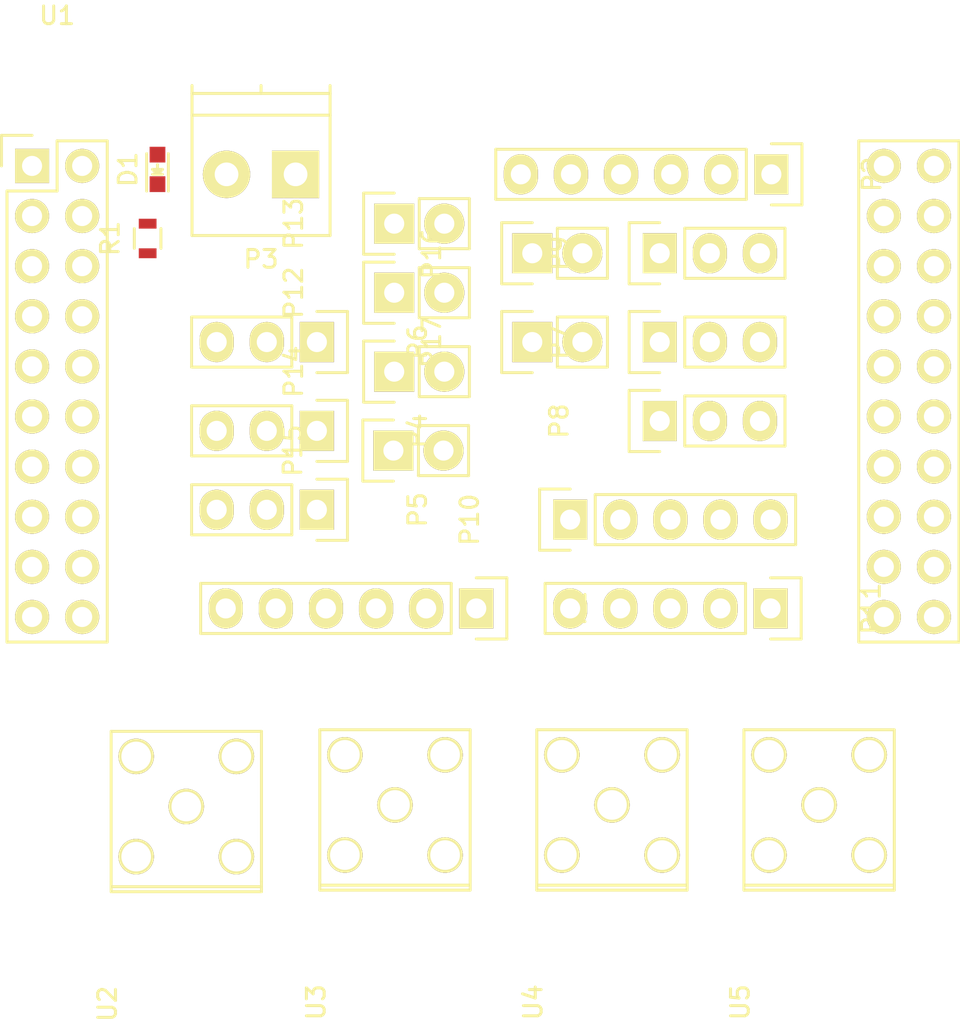
<source format=kicad_pcb>
(kicad_pcb (version 4) (host pcbnew 4.0.2-stable)

  (general
    (links 77)
    (no_connects 69)
    (area 0 0 0 0)
    (thickness 1.6)
    (drawings 0)
    (tracks 0)
    (zones 0)
    (modules 24)
    (nets 42)
  )

  (page A4)
  (layers
    (0 F.Cu signal)
    (31 B.Cu signal)
    (32 B.Adhes user)
    (33 F.Adhes user)
    (34 B.Paste user)
    (35 F.Paste user)
    (36 B.SilkS user)
    (37 F.SilkS user)
    (38 B.Mask user)
    (39 F.Mask user)
    (40 Dwgs.User user)
    (41 Cmts.User user)
    (42 Eco1.User user)
    (43 Eco2.User user)
    (44 Edge.Cuts user)
    (45 Margin user)
    (46 B.CrtYd user)
    (47 F.CrtYd user)
    (48 B.Fab user)
    (49 F.Fab user)
  )

  (setup
    (last_trace_width 0.25)
    (trace_clearance 0.2)
    (zone_clearance 0.508)
    (zone_45_only no)
    (trace_min 0.2)
    (segment_width 0.2)
    (edge_width 0.15)
    (via_size 0.6)
    (via_drill 0.4)
    (via_min_size 0.4)
    (via_min_drill 0.3)
    (uvia_size 0.3)
    (uvia_drill 0.1)
    (uvias_allowed no)
    (uvia_min_size 0.2)
    (uvia_min_drill 0.1)
    (pcb_text_width 0.3)
    (pcb_text_size 1.5 1.5)
    (mod_edge_width 0.15)
    (mod_text_size 0.9 0.9)
    (mod_text_width 0.15)
    (pad_size 1.524 1.524)
    (pad_drill 0.762)
    (pad_to_mask_clearance 0.2)
    (aux_axis_origin 0 0)
    (visible_elements FFFEFF7F)
    (pcbplotparams
      (layerselection 0x00030_80000001)
      (usegerberextensions false)
      (excludeedgelayer true)
      (linewidth 0.100000)
      (plotframeref false)
      (viasonmask false)
      (mode 1)
      (useauxorigin false)
      (hpglpennumber 1)
      (hpglpenspeed 20)
      (hpglpendiameter 15)
      (hpglpenoverlay 2)
      (psnegative false)
      (psa4output false)
      (plotreference true)
      (plotvalue true)
      (plotinvisibletext false)
      (padsonsilk false)
      (subtractmaskfromsilk false)
      (outputformat 1)
      (mirror false)
      (drillshape 1)
      (scaleselection 1)
      (outputdirectory ""))
  )

  (net 0 "")
  (net 1 +3V3)
  (net 2 GND)
  (net 3 +5V)
  (net 4 VCC)
  (net 5 "Net-(D1-Pad1)")
  (net 6 /ADF_CE_0)
  (net 7 /ADF_LE_0)
  (net 8 /ADF_DATA_0)
  (net 9 /ADF_CLK_0)
  (net 10 /ADF_LOCK_0)
  (net 11 /ADF_CE_1)
  (net 12 /ADF_LE_1)
  (net 13 /ADF_LOCK_1)
  (net 14 /RFSW_0)
  (net 15 /RFSW_1)
  (net 16 /RFSW_2)
  (net 17 /RFSW_3)
  (net 18 /RFSW_4)
  (net 19 /RFSW_5)
  (net 20 /FILTA_0)
  (net 21 /FILTB_0)
  (net 22 /FILTC_0)
  (net 23 /FILTA_1)
  (net 24 /FILTB_1)
  (net 25 /FILTC_1)
  (net 26 "Net-(U1-Pad2)")
  (net 27 "Net-(U1-Pad3)")
  (net 28 /I_0)
  (net 29 "Net-(U1-Pad4)")
  (net 30 /Q_0)
  (net 31 /I_1)
  (net 32 /Q_1)
  (net 33 "Net-(U1-Pad27)")
  (net 34 "Net-(U1-Pad9)")
  (net 35 "Net-(U1-Pad10)")
  (net 36 "Net-(U1-Pad40)")
  (net 37 "Net-(U1-Pad39)")
  (net 38 "Net-(U1-Pad38)")
  (net 39 "Net-(U1-Pad37)")
  (net 40 "Net-(U1-Pad16)")
  (net 41 "Net-(U1-Pad14)")

  (net_class Default "This is the default net class."
    (clearance 0.2)
    (trace_width 0.25)
    (via_dia 0.6)
    (via_drill 0.4)
    (uvia_dia 0.3)
    (uvia_drill 0.1)
    (add_net +3V3)
    (add_net +5V)
    (add_net /ADF_CE_0)
    (add_net /ADF_CE_1)
    (add_net /ADF_CLK_0)
    (add_net /ADF_DATA_0)
    (add_net /ADF_LE_0)
    (add_net /ADF_LE_1)
    (add_net /ADF_LOCK_0)
    (add_net /ADF_LOCK_1)
    (add_net /FILTA_0)
    (add_net /FILTA_1)
    (add_net /FILTB_0)
    (add_net /FILTB_1)
    (add_net /FILTC_0)
    (add_net /FILTC_1)
    (add_net /I_0)
    (add_net /I_1)
    (add_net /Q_0)
    (add_net /Q_1)
    (add_net /RFSW_0)
    (add_net /RFSW_1)
    (add_net /RFSW_2)
    (add_net /RFSW_3)
    (add_net /RFSW_4)
    (add_net /RFSW_5)
    (add_net GND)
    (add_net "Net-(D1-Pad1)")
    (add_net "Net-(U1-Pad10)")
    (add_net "Net-(U1-Pad14)")
    (add_net "Net-(U1-Pad16)")
    (add_net "Net-(U1-Pad2)")
    (add_net "Net-(U1-Pad27)")
    (add_net "Net-(U1-Pad3)")
    (add_net "Net-(U1-Pad37)")
    (add_net "Net-(U1-Pad38)")
    (add_net "Net-(U1-Pad39)")
    (add_net "Net-(U1-Pad4)")
    (add_net "Net-(U1-Pad40)")
    (add_net "Net-(U1-Pad9)")
    (add_net VCC)
  )

  (module LEDs:LED_0603 (layer F.Cu) (tedit 55BDE255) (tstamp 56DDF82F)
    (at 132 93.7493 90)
    (descr "LED 0603 smd package")
    (tags "LED led 0603 SMD smd SMT smt smdled SMDLED smtled SMTLED")
    (path /56DE6166)
    (attr smd)
    (fp_text reference D1 (at 0 -1.5 90) (layer F.SilkS)
      (effects (font (size 0.9 0.9) (thickness 0.15)))
    )
    (fp_text value LED (at 0 1.5 90) (layer F.Fab)
      (effects (font (size 0.9 0.9) (thickness 0.15)))
    )
    (fp_line (start -1.1 0.55) (end 0.8 0.55) (layer F.SilkS) (width 0.15))
    (fp_line (start -1.1 -0.55) (end 0.8 -0.55) (layer F.SilkS) (width 0.15))
    (fp_line (start -0.2 0) (end 0.25 0) (layer F.SilkS) (width 0.15))
    (fp_line (start -0.25 -0.25) (end -0.25 0.25) (layer F.SilkS) (width 0.15))
    (fp_line (start -0.25 0) (end 0 -0.25) (layer F.SilkS) (width 0.15))
    (fp_line (start 0 -0.25) (end 0 0.25) (layer F.SilkS) (width 0.15))
    (fp_line (start 0 0.25) (end -0.25 0) (layer F.SilkS) (width 0.15))
    (fp_line (start 1.4 -0.75) (end 1.4 0.75) (layer F.CrtYd) (width 0.05))
    (fp_line (start 1.4 0.75) (end -1.4 0.75) (layer F.CrtYd) (width 0.05))
    (fp_line (start -1.4 0.75) (end -1.4 -0.75) (layer F.CrtYd) (width 0.05))
    (fp_line (start -1.4 -0.75) (end 1.4 -0.75) (layer F.CrtYd) (width 0.05))
    (pad 2 smd rect (at 0.7493 0 270) (size 0.79756 0.79756) (layers F.Cu F.Paste F.Mask)
      (net 4 VCC))
    (pad 1 smd rect (at -0.7493 0 270) (size 0.79756 0.79756) (layers F.Cu F.Paste F.Mask)
      (net 5 "Net-(D1-Pad1)"))
    (model LEDs.3dshapes/LED_0603.wrl
      (at (xyz 0 0 0))
      (scale (xyz 1 1 1))
      (rotate (xyz 0 0 180))
    )
  )

  (module Pin_Headers:Pin_Header_Straight_1x06 (layer F.Cu) (tedit 0) (tstamp 56DDF839)
    (at 148.16 116 270)
    (descr "Through hole pin header")
    (tags "pin header")
    (path /56DD7C97)
    (fp_text reference P1 (at 0 -5.1 270) (layer F.SilkS)
      (effects (font (size 0.9 0.9) (thickness 0.15)))
    )
    (fp_text value CONN_01X06 (at 0 -3.1 270) (layer F.Fab)
      (effects (font (size 0.9 0.9) (thickness 0.15)))
    )
    (fp_line (start -1.75 -1.75) (end -1.75 14.45) (layer F.CrtYd) (width 0.05))
    (fp_line (start 1.75 -1.75) (end 1.75 14.45) (layer F.CrtYd) (width 0.05))
    (fp_line (start -1.75 -1.75) (end 1.75 -1.75) (layer F.CrtYd) (width 0.05))
    (fp_line (start -1.75 14.45) (end 1.75 14.45) (layer F.CrtYd) (width 0.05))
    (fp_line (start 1.27 1.27) (end 1.27 13.97) (layer F.SilkS) (width 0.15))
    (fp_line (start 1.27 13.97) (end -1.27 13.97) (layer F.SilkS) (width 0.15))
    (fp_line (start -1.27 13.97) (end -1.27 1.27) (layer F.SilkS) (width 0.15))
    (fp_line (start 1.55 -1.55) (end 1.55 0) (layer F.SilkS) (width 0.15))
    (fp_line (start 1.27 1.27) (end -1.27 1.27) (layer F.SilkS) (width 0.15))
    (fp_line (start -1.55 0) (end -1.55 -1.55) (layer F.SilkS) (width 0.15))
    (fp_line (start -1.55 -1.55) (end 1.55 -1.55) (layer F.SilkS) (width 0.15))
    (pad 1 thru_hole rect (at 0 0 270) (size 2.032 1.7272) (drill 1.016) (layers *.Cu *.Mask F.SilkS)
      (net 2 GND))
    (pad 2 thru_hole oval (at 0 2.54 270) (size 2.032 1.7272) (drill 1.016) (layers *.Cu *.Mask F.SilkS)
      (net 6 /ADF_CE_0))
    (pad 3 thru_hole oval (at 0 5.08 270) (size 2.032 1.7272) (drill 1.016) (layers *.Cu *.Mask F.SilkS)
      (net 7 /ADF_LE_0))
    (pad 4 thru_hole oval (at 0 7.62 270) (size 2.032 1.7272) (drill 1.016) (layers *.Cu *.Mask F.SilkS)
      (net 8 /ADF_DATA_0))
    (pad 5 thru_hole oval (at 0 10.16 270) (size 2.032 1.7272) (drill 1.016) (layers *.Cu *.Mask F.SilkS)
      (net 9 /ADF_CLK_0))
    (pad 6 thru_hole oval (at 0 12.7 270) (size 2.032 1.7272) (drill 1.016) (layers *.Cu *.Mask F.SilkS)
      (net 10 /ADF_LOCK_0))
    (model Pin_Headers.3dshapes/Pin_Header_Straight_1x06.wrl
      (at (xyz 0 -0.25 0))
      (scale (xyz 1 1 1))
      (rotate (xyz 0 0 90))
    )
  )

  (module Pin_Headers:Pin_Header_Straight_1x06 (layer F.Cu) (tedit 0) (tstamp 56DDF843)
    (at 163.12 94 270)
    (descr "Through hole pin header")
    (tags "pin header")
    (path /56DD8670)
    (fp_text reference P2 (at 0 -5.1 270) (layer F.SilkS)
      (effects (font (size 0.9 0.9) (thickness 0.15)))
    )
    (fp_text value CONN_01X06 (at 0 -3.1 270) (layer F.Fab)
      (effects (font (size 0.9 0.9) (thickness 0.15)))
    )
    (fp_line (start -1.75 -1.75) (end -1.75 14.45) (layer F.CrtYd) (width 0.05))
    (fp_line (start 1.75 -1.75) (end 1.75 14.45) (layer F.CrtYd) (width 0.05))
    (fp_line (start -1.75 -1.75) (end 1.75 -1.75) (layer F.CrtYd) (width 0.05))
    (fp_line (start -1.75 14.45) (end 1.75 14.45) (layer F.CrtYd) (width 0.05))
    (fp_line (start 1.27 1.27) (end 1.27 13.97) (layer F.SilkS) (width 0.15))
    (fp_line (start 1.27 13.97) (end -1.27 13.97) (layer F.SilkS) (width 0.15))
    (fp_line (start -1.27 13.97) (end -1.27 1.27) (layer F.SilkS) (width 0.15))
    (fp_line (start 1.55 -1.55) (end 1.55 0) (layer F.SilkS) (width 0.15))
    (fp_line (start 1.27 1.27) (end -1.27 1.27) (layer F.SilkS) (width 0.15))
    (fp_line (start -1.55 0) (end -1.55 -1.55) (layer F.SilkS) (width 0.15))
    (fp_line (start -1.55 -1.55) (end 1.55 -1.55) (layer F.SilkS) (width 0.15))
    (pad 1 thru_hole rect (at 0 0 270) (size 2.032 1.7272) (drill 1.016) (layers *.Cu *.Mask F.SilkS)
      (net 2 GND))
    (pad 2 thru_hole oval (at 0 2.54 270) (size 2.032 1.7272) (drill 1.016) (layers *.Cu *.Mask F.SilkS)
      (net 11 /ADF_CE_1))
    (pad 3 thru_hole oval (at 0 5.08 270) (size 2.032 1.7272) (drill 1.016) (layers *.Cu *.Mask F.SilkS)
      (net 12 /ADF_LE_1))
    (pad 4 thru_hole oval (at 0 7.62 270) (size 2.032 1.7272) (drill 1.016) (layers *.Cu *.Mask F.SilkS)
      (net 8 /ADF_DATA_0))
    (pad 5 thru_hole oval (at 0 10.16 270) (size 2.032 1.7272) (drill 1.016) (layers *.Cu *.Mask F.SilkS)
      (net 9 /ADF_CLK_0))
    (pad 6 thru_hole oval (at 0 12.7 270) (size 2.032 1.7272) (drill 1.016) (layers *.Cu *.Mask F.SilkS)
      (net 13 /ADF_LOCK_1))
    (model Pin_Headers.3dshapes/Pin_Header_Straight_1x06.wrl
      (at (xyz 0 -0.25 0))
      (scale (xyz 1 1 1))
      (rotate (xyz 0 0 90))
    )
  )

  (module Terminal_Blocks:TerminalBlock_Pheonix_PT-3.5mm_2pol (layer F.Cu) (tedit 0) (tstamp 56DDF849)
    (at 139 94 180)
    (descr "2-way 3.5mm pitch terminal block, Phoenix PT series")
    (path /56DD2048)
    (fp_text reference P3 (at 1.75 -4.3 180) (layer F.SilkS)
      (effects (font (size 0.9 0.9) (thickness 0.15)))
    )
    (fp_text value CONN_01X02 (at 1.75 6 180) (layer F.Fab)
      (effects (font (size 0.9 0.9) (thickness 0.15)))
    )
    (fp_line (start -1.9 -3.3) (end 5.4 -3.3) (layer F.CrtYd) (width 0.05))
    (fp_line (start -1.9 4.7) (end -1.9 -3.3) (layer F.CrtYd) (width 0.05))
    (fp_line (start 5.4 4.7) (end -1.9 4.7) (layer F.CrtYd) (width 0.05))
    (fp_line (start 5.4 -3.3) (end 5.4 4.7) (layer F.CrtYd) (width 0.05))
    (fp_line (start 1.75 4.1) (end 1.75 4.5) (layer F.SilkS) (width 0.15))
    (fp_line (start -1.75 3) (end 5.25 3) (layer F.SilkS) (width 0.15))
    (fp_line (start -1.75 4.1) (end 5.25 4.1) (layer F.SilkS) (width 0.15))
    (fp_line (start -1.75 -3.1) (end -1.75 4.5) (layer F.SilkS) (width 0.15))
    (fp_line (start 5.25 4.5) (end 5.25 -3.1) (layer F.SilkS) (width 0.15))
    (fp_line (start 5.25 -3.1) (end -1.75 -3.1) (layer F.SilkS) (width 0.15))
    (pad 2 thru_hole circle (at 3.5 0 180) (size 2.4 2.4) (drill 1.2) (layers *.Cu *.Mask F.SilkS)
      (net 4 VCC))
    (pad 1 thru_hole rect (at 0 0 180) (size 2.4 2.4) (drill 1.2) (layers *.Cu *.Mask F.SilkS)
      (net 2 GND))
    (model Terminal_Blocks.3dshapes/TerminalBlock_Pheonix_PT-3.5mm_2pol.wrl
      (at (xyz 0 0 0))
      (scale (xyz 1 1 1))
      (rotate (xyz 0 0 0))
    )
  )

  (module Pin_Headers:Pin_Header_Straight_1x03 (layer F.Cu) (tedit 0) (tstamp 56DDF850)
    (at 140.08 107 270)
    (descr "Through hole pin header")
    (tags "pin header")
    (path /56DD4223)
    (fp_text reference P4 (at 0 -5.1 270) (layer F.SilkS)
      (effects (font (size 0.9 0.9) (thickness 0.15)))
    )
    (fp_text value CONN_01X03 (at 0 -3.1 270) (layer F.Fab)
      (effects (font (size 0.9 0.9) (thickness 0.15)))
    )
    (fp_line (start -1.75 -1.75) (end -1.75 6.85) (layer F.CrtYd) (width 0.05))
    (fp_line (start 1.75 -1.75) (end 1.75 6.85) (layer F.CrtYd) (width 0.05))
    (fp_line (start -1.75 -1.75) (end 1.75 -1.75) (layer F.CrtYd) (width 0.05))
    (fp_line (start -1.75 6.85) (end 1.75 6.85) (layer F.CrtYd) (width 0.05))
    (fp_line (start -1.27 1.27) (end -1.27 6.35) (layer F.SilkS) (width 0.15))
    (fp_line (start -1.27 6.35) (end 1.27 6.35) (layer F.SilkS) (width 0.15))
    (fp_line (start 1.27 6.35) (end 1.27 1.27) (layer F.SilkS) (width 0.15))
    (fp_line (start 1.55 -1.55) (end 1.55 0) (layer F.SilkS) (width 0.15))
    (fp_line (start 1.27 1.27) (end -1.27 1.27) (layer F.SilkS) (width 0.15))
    (fp_line (start -1.55 0) (end -1.55 -1.55) (layer F.SilkS) (width 0.15))
    (fp_line (start -1.55 -1.55) (end 1.55 -1.55) (layer F.SilkS) (width 0.15))
    (pad 1 thru_hole rect (at 0 0 270) (size 2.032 1.7272) (drill 1.016) (layers *.Cu *.Mask F.SilkS)
      (net 3 +5V))
    (pad 2 thru_hole oval (at 0 2.54 270) (size 2.032 1.7272) (drill 1.016) (layers *.Cu *.Mask F.SilkS)
      (net 2 GND))
    (pad 3 thru_hole oval (at 0 5.08 270) (size 2.032 1.7272) (drill 1.016) (layers *.Cu *.Mask F.SilkS)
      (net 14 /RFSW_0))
    (model Pin_Headers.3dshapes/Pin_Header_Straight_1x03.wrl
      (at (xyz 0 -0.1 0))
      (scale (xyz 1 1 1))
      (rotate (xyz 0 0 90))
    )
  )

  (module Pin_Headers:Pin_Header_Straight_1x03 (layer F.Cu) (tedit 0) (tstamp 56DDF857)
    (at 140.08 111 270)
    (descr "Through hole pin header")
    (tags "pin header")
    (path /56DD420D)
    (fp_text reference P5 (at 0 -5.1 270) (layer F.SilkS)
      (effects (font (size 0.9 0.9) (thickness 0.15)))
    )
    (fp_text value CONN_01X03 (at 0 -3.1 270) (layer F.Fab)
      (effects (font (size 0.9 0.9) (thickness 0.15)))
    )
    (fp_line (start -1.75 -1.75) (end -1.75 6.85) (layer F.CrtYd) (width 0.05))
    (fp_line (start 1.75 -1.75) (end 1.75 6.85) (layer F.CrtYd) (width 0.05))
    (fp_line (start -1.75 -1.75) (end 1.75 -1.75) (layer F.CrtYd) (width 0.05))
    (fp_line (start -1.75 6.85) (end 1.75 6.85) (layer F.CrtYd) (width 0.05))
    (fp_line (start -1.27 1.27) (end -1.27 6.35) (layer F.SilkS) (width 0.15))
    (fp_line (start -1.27 6.35) (end 1.27 6.35) (layer F.SilkS) (width 0.15))
    (fp_line (start 1.27 6.35) (end 1.27 1.27) (layer F.SilkS) (width 0.15))
    (fp_line (start 1.55 -1.55) (end 1.55 0) (layer F.SilkS) (width 0.15))
    (fp_line (start 1.27 1.27) (end -1.27 1.27) (layer F.SilkS) (width 0.15))
    (fp_line (start -1.55 0) (end -1.55 -1.55) (layer F.SilkS) (width 0.15))
    (fp_line (start -1.55 -1.55) (end 1.55 -1.55) (layer F.SilkS) (width 0.15))
    (pad 1 thru_hole rect (at 0 0 270) (size 2.032 1.7272) (drill 1.016) (layers *.Cu *.Mask F.SilkS)
      (net 3 +5V))
    (pad 2 thru_hole oval (at 0 2.54 270) (size 2.032 1.7272) (drill 1.016) (layers *.Cu *.Mask F.SilkS)
      (net 2 GND))
    (pad 3 thru_hole oval (at 0 5.08 270) (size 2.032 1.7272) (drill 1.016) (layers *.Cu *.Mask F.SilkS)
      (net 15 /RFSW_1))
    (model Pin_Headers.3dshapes/Pin_Header_Straight_1x03.wrl
      (at (xyz 0 -0.1 0))
      (scale (xyz 1 1 1))
      (rotate (xyz 0 0 90))
    )
  )

  (module Pin_Headers:Pin_Header_Straight_1x03 (layer F.Cu) (tedit 0) (tstamp 56DDF85E)
    (at 140.08 102.5 270)
    (descr "Through hole pin header")
    (tags "pin header")
    (path /56DD4083)
    (fp_text reference P6 (at 0 -5.1 270) (layer F.SilkS)
      (effects (font (size 0.9 0.9) (thickness 0.15)))
    )
    (fp_text value CONN_01X03 (at 0 -3.1 270) (layer F.Fab)
      (effects (font (size 0.9 0.9) (thickness 0.15)))
    )
    (fp_line (start -1.75 -1.75) (end -1.75 6.85) (layer F.CrtYd) (width 0.05))
    (fp_line (start 1.75 -1.75) (end 1.75 6.85) (layer F.CrtYd) (width 0.05))
    (fp_line (start -1.75 -1.75) (end 1.75 -1.75) (layer F.CrtYd) (width 0.05))
    (fp_line (start -1.75 6.85) (end 1.75 6.85) (layer F.CrtYd) (width 0.05))
    (fp_line (start -1.27 1.27) (end -1.27 6.35) (layer F.SilkS) (width 0.15))
    (fp_line (start -1.27 6.35) (end 1.27 6.35) (layer F.SilkS) (width 0.15))
    (fp_line (start 1.27 6.35) (end 1.27 1.27) (layer F.SilkS) (width 0.15))
    (fp_line (start 1.55 -1.55) (end 1.55 0) (layer F.SilkS) (width 0.15))
    (fp_line (start 1.27 1.27) (end -1.27 1.27) (layer F.SilkS) (width 0.15))
    (fp_line (start -1.55 0) (end -1.55 -1.55) (layer F.SilkS) (width 0.15))
    (fp_line (start -1.55 -1.55) (end 1.55 -1.55) (layer F.SilkS) (width 0.15))
    (pad 1 thru_hole rect (at 0 0 270) (size 2.032 1.7272) (drill 1.016) (layers *.Cu *.Mask F.SilkS)
      (net 3 +5V))
    (pad 2 thru_hole oval (at 0 2.54 270) (size 2.032 1.7272) (drill 1.016) (layers *.Cu *.Mask F.SilkS)
      (net 2 GND))
    (pad 3 thru_hole oval (at 0 5.08 270) (size 2.032 1.7272) (drill 1.016) (layers *.Cu *.Mask F.SilkS)
      (net 16 /RFSW_2))
    (model Pin_Headers.3dshapes/Pin_Header_Straight_1x03.wrl
      (at (xyz 0 -0.1 0))
      (scale (xyz 1 1 1))
      (rotate (xyz 0 0 90))
    )
  )

  (module Pin_Headers:Pin_Header_Straight_1x03 (layer F.Cu) (tedit 0) (tstamp 56DDF865)
    (at 157.46 102.5 90)
    (descr "Through hole pin header")
    (tags "pin header")
    (path /56DD3D63)
    (fp_text reference P7 (at 0 -5.1 90) (layer F.SilkS)
      (effects (font (size 0.9 0.9) (thickness 0.15)))
    )
    (fp_text value CONN_01X03 (at 0 -3.1 90) (layer F.Fab)
      (effects (font (size 0.9 0.9) (thickness 0.15)))
    )
    (fp_line (start -1.75 -1.75) (end -1.75 6.85) (layer F.CrtYd) (width 0.05))
    (fp_line (start 1.75 -1.75) (end 1.75 6.85) (layer F.CrtYd) (width 0.05))
    (fp_line (start -1.75 -1.75) (end 1.75 -1.75) (layer F.CrtYd) (width 0.05))
    (fp_line (start -1.75 6.85) (end 1.75 6.85) (layer F.CrtYd) (width 0.05))
    (fp_line (start -1.27 1.27) (end -1.27 6.35) (layer F.SilkS) (width 0.15))
    (fp_line (start -1.27 6.35) (end 1.27 6.35) (layer F.SilkS) (width 0.15))
    (fp_line (start 1.27 6.35) (end 1.27 1.27) (layer F.SilkS) (width 0.15))
    (fp_line (start 1.55 -1.55) (end 1.55 0) (layer F.SilkS) (width 0.15))
    (fp_line (start 1.27 1.27) (end -1.27 1.27) (layer F.SilkS) (width 0.15))
    (fp_line (start -1.55 0) (end -1.55 -1.55) (layer F.SilkS) (width 0.15))
    (fp_line (start -1.55 -1.55) (end 1.55 -1.55) (layer F.SilkS) (width 0.15))
    (pad 1 thru_hole rect (at 0 0 90) (size 2.032 1.7272) (drill 1.016) (layers *.Cu *.Mask F.SilkS)
      (net 3 +5V))
    (pad 2 thru_hole oval (at 0 2.54 90) (size 2.032 1.7272) (drill 1.016) (layers *.Cu *.Mask F.SilkS)
      (net 2 GND))
    (pad 3 thru_hole oval (at 0 5.08 90) (size 2.032 1.7272) (drill 1.016) (layers *.Cu *.Mask F.SilkS)
      (net 17 /RFSW_3))
    (model Pin_Headers.3dshapes/Pin_Header_Straight_1x03.wrl
      (at (xyz 0 -0.1 0))
      (scale (xyz 1 1 1))
      (rotate (xyz 0 0 90))
    )
  )

  (module Pin_Headers:Pin_Header_Straight_1x03 (layer F.Cu) (tedit 0) (tstamp 56DDF86C)
    (at 157.46 106.5 90)
    (descr "Through hole pin header")
    (tags "pin header")
    (path /56DD56DD)
    (fp_text reference P8 (at 0 -5.1 90) (layer F.SilkS)
      (effects (font (size 0.9 0.9) (thickness 0.15)))
    )
    (fp_text value CONN_01X03 (at 0 -3.1 90) (layer F.Fab)
      (effects (font (size 0.9 0.9) (thickness 0.15)))
    )
    (fp_line (start -1.75 -1.75) (end -1.75 6.85) (layer F.CrtYd) (width 0.05))
    (fp_line (start 1.75 -1.75) (end 1.75 6.85) (layer F.CrtYd) (width 0.05))
    (fp_line (start -1.75 -1.75) (end 1.75 -1.75) (layer F.CrtYd) (width 0.05))
    (fp_line (start -1.75 6.85) (end 1.75 6.85) (layer F.CrtYd) (width 0.05))
    (fp_line (start -1.27 1.27) (end -1.27 6.35) (layer F.SilkS) (width 0.15))
    (fp_line (start -1.27 6.35) (end 1.27 6.35) (layer F.SilkS) (width 0.15))
    (fp_line (start 1.27 6.35) (end 1.27 1.27) (layer F.SilkS) (width 0.15))
    (fp_line (start 1.55 -1.55) (end 1.55 0) (layer F.SilkS) (width 0.15))
    (fp_line (start 1.27 1.27) (end -1.27 1.27) (layer F.SilkS) (width 0.15))
    (fp_line (start -1.55 0) (end -1.55 -1.55) (layer F.SilkS) (width 0.15))
    (fp_line (start -1.55 -1.55) (end 1.55 -1.55) (layer F.SilkS) (width 0.15))
    (pad 1 thru_hole rect (at 0 0 90) (size 2.032 1.7272) (drill 1.016) (layers *.Cu *.Mask F.SilkS)
      (net 3 +5V))
    (pad 2 thru_hole oval (at 0 2.54 90) (size 2.032 1.7272) (drill 1.016) (layers *.Cu *.Mask F.SilkS)
      (net 2 GND))
    (pad 3 thru_hole oval (at 0 5.08 90) (size 2.032 1.7272) (drill 1.016) (layers *.Cu *.Mask F.SilkS)
      (net 18 /RFSW_4))
    (model Pin_Headers.3dshapes/Pin_Header_Straight_1x03.wrl
      (at (xyz 0 -0.1 0))
      (scale (xyz 1 1 1))
      (rotate (xyz 0 0 90))
    )
  )

  (module Pin_Headers:Pin_Header_Straight_1x03 (layer F.Cu) (tedit 0) (tstamp 56DDF873)
    (at 157.46 98 90)
    (descr "Through hole pin header")
    (tags "pin header")
    (path /56DD56CD)
    (fp_text reference P9 (at 0 -5.1 90) (layer F.SilkS)
      (effects (font (size 0.9 0.9) (thickness 0.15)))
    )
    (fp_text value CONN_01X03 (at 0 -3.1 90) (layer F.Fab)
      (effects (font (size 0.9 0.9) (thickness 0.15)))
    )
    (fp_line (start -1.75 -1.75) (end -1.75 6.85) (layer F.CrtYd) (width 0.05))
    (fp_line (start 1.75 -1.75) (end 1.75 6.85) (layer F.CrtYd) (width 0.05))
    (fp_line (start -1.75 -1.75) (end 1.75 -1.75) (layer F.CrtYd) (width 0.05))
    (fp_line (start -1.75 6.85) (end 1.75 6.85) (layer F.CrtYd) (width 0.05))
    (fp_line (start -1.27 1.27) (end -1.27 6.35) (layer F.SilkS) (width 0.15))
    (fp_line (start -1.27 6.35) (end 1.27 6.35) (layer F.SilkS) (width 0.15))
    (fp_line (start 1.27 6.35) (end 1.27 1.27) (layer F.SilkS) (width 0.15))
    (fp_line (start 1.55 -1.55) (end 1.55 0) (layer F.SilkS) (width 0.15))
    (fp_line (start 1.27 1.27) (end -1.27 1.27) (layer F.SilkS) (width 0.15))
    (fp_line (start -1.55 0) (end -1.55 -1.55) (layer F.SilkS) (width 0.15))
    (fp_line (start -1.55 -1.55) (end 1.55 -1.55) (layer F.SilkS) (width 0.15))
    (pad 1 thru_hole rect (at 0 0 90) (size 2.032 1.7272) (drill 1.016) (layers *.Cu *.Mask F.SilkS)
      (net 3 +5V))
    (pad 2 thru_hole oval (at 0 2.54 90) (size 2.032 1.7272) (drill 1.016) (layers *.Cu *.Mask F.SilkS)
      (net 2 GND))
    (pad 3 thru_hole oval (at 0 5.08 90) (size 2.032 1.7272) (drill 1.016) (layers *.Cu *.Mask F.SilkS)
      (net 19 /RFSW_5))
    (model Pin_Headers.3dshapes/Pin_Header_Straight_1x03.wrl
      (at (xyz 0 -0.1 0))
      (scale (xyz 1 1 1))
      (rotate (xyz 0 0 90))
    )
  )

  (module Pin_Headers:Pin_Header_Straight_1x05 (layer F.Cu) (tedit 54EA0684) (tstamp 56DDF87C)
    (at 152.92 111.5 90)
    (descr "Through hole pin header")
    (tags "pin header")
    (path /56DD43AE)
    (fp_text reference P10 (at 0 -5.1 90) (layer F.SilkS)
      (effects (font (size 0.9 0.9) (thickness 0.15)))
    )
    (fp_text value CONN_01X05 (at 0 -3.1 90) (layer F.Fab)
      (effects (font (size 0.9 0.9) (thickness 0.15)))
    )
    (fp_line (start -1.55 0) (end -1.55 -1.55) (layer F.SilkS) (width 0.15))
    (fp_line (start -1.55 -1.55) (end 1.55 -1.55) (layer F.SilkS) (width 0.15))
    (fp_line (start 1.55 -1.55) (end 1.55 0) (layer F.SilkS) (width 0.15))
    (fp_line (start -1.75 -1.75) (end -1.75 11.95) (layer F.CrtYd) (width 0.05))
    (fp_line (start 1.75 -1.75) (end 1.75 11.95) (layer F.CrtYd) (width 0.05))
    (fp_line (start -1.75 -1.75) (end 1.75 -1.75) (layer F.CrtYd) (width 0.05))
    (fp_line (start -1.75 11.95) (end 1.75 11.95) (layer F.CrtYd) (width 0.05))
    (fp_line (start 1.27 1.27) (end 1.27 11.43) (layer F.SilkS) (width 0.15))
    (fp_line (start 1.27 11.43) (end -1.27 11.43) (layer F.SilkS) (width 0.15))
    (fp_line (start -1.27 11.43) (end -1.27 1.27) (layer F.SilkS) (width 0.15))
    (fp_line (start 1.27 1.27) (end -1.27 1.27) (layer F.SilkS) (width 0.15))
    (pad 1 thru_hole rect (at 0 0 90) (size 2.032 1.7272) (drill 1.016) (layers *.Cu *.Mask F.SilkS)
      (net 3 +5V))
    (pad 2 thru_hole oval (at 0 2.54 90) (size 2.032 1.7272) (drill 1.016) (layers *.Cu *.Mask F.SilkS)
      (net 2 GND))
    (pad 3 thru_hole oval (at 0 5.08 90) (size 2.032 1.7272) (drill 1.016) (layers *.Cu *.Mask F.SilkS)
      (net 20 /FILTA_0))
    (pad 4 thru_hole oval (at 0 7.62 90) (size 2.032 1.7272) (drill 1.016) (layers *.Cu *.Mask F.SilkS)
      (net 21 /FILTB_0))
    (pad 5 thru_hole oval (at 0 10.16 90) (size 2.032 1.7272) (drill 1.016) (layers *.Cu *.Mask F.SilkS)
      (net 22 /FILTC_0))
    (model Pin_Headers.3dshapes/Pin_Header_Straight_1x05.wrl
      (at (xyz 0 -0.2 0))
      (scale (xyz 1 1 1))
      (rotate (xyz 0 0 90))
    )
  )

  (module Pin_Headers:Pin_Header_Straight_1x05 (layer F.Cu) (tedit 54EA0684) (tstamp 56DDF885)
    (at 163.08 116 270)
    (descr "Through hole pin header")
    (tags "pin header")
    (path /56DD471F)
    (fp_text reference P11 (at 0 -5.1 270) (layer F.SilkS)
      (effects (font (size 0.9 0.9) (thickness 0.15)))
    )
    (fp_text value CONN_01X05 (at 0 -3.1 270) (layer F.Fab)
      (effects (font (size 0.9 0.9) (thickness 0.15)))
    )
    (fp_line (start -1.55 0) (end -1.55 -1.55) (layer F.SilkS) (width 0.15))
    (fp_line (start -1.55 -1.55) (end 1.55 -1.55) (layer F.SilkS) (width 0.15))
    (fp_line (start 1.55 -1.55) (end 1.55 0) (layer F.SilkS) (width 0.15))
    (fp_line (start -1.75 -1.75) (end -1.75 11.95) (layer F.CrtYd) (width 0.05))
    (fp_line (start 1.75 -1.75) (end 1.75 11.95) (layer F.CrtYd) (width 0.05))
    (fp_line (start -1.75 -1.75) (end 1.75 -1.75) (layer F.CrtYd) (width 0.05))
    (fp_line (start -1.75 11.95) (end 1.75 11.95) (layer F.CrtYd) (width 0.05))
    (fp_line (start 1.27 1.27) (end 1.27 11.43) (layer F.SilkS) (width 0.15))
    (fp_line (start 1.27 11.43) (end -1.27 11.43) (layer F.SilkS) (width 0.15))
    (fp_line (start -1.27 11.43) (end -1.27 1.27) (layer F.SilkS) (width 0.15))
    (fp_line (start 1.27 1.27) (end -1.27 1.27) (layer F.SilkS) (width 0.15))
    (pad 1 thru_hole rect (at 0 0 270) (size 2.032 1.7272) (drill 1.016) (layers *.Cu *.Mask F.SilkS)
      (net 3 +5V))
    (pad 2 thru_hole oval (at 0 2.54 270) (size 2.032 1.7272) (drill 1.016) (layers *.Cu *.Mask F.SilkS)
      (net 2 GND))
    (pad 3 thru_hole oval (at 0 5.08 270) (size 2.032 1.7272) (drill 1.016) (layers *.Cu *.Mask F.SilkS)
      (net 23 /FILTA_1))
    (pad 4 thru_hole oval (at 0 7.62 270) (size 2.032 1.7272) (drill 1.016) (layers *.Cu *.Mask F.SilkS)
      (net 24 /FILTB_1))
    (pad 5 thru_hole oval (at 0 10.16 270) (size 2.032 1.7272) (drill 1.016) (layers *.Cu *.Mask F.SilkS)
      (net 25 /FILTC_1))
    (model Pin_Headers.3dshapes/Pin_Header_Straight_1x05.wrl
      (at (xyz 0 -0.2 0))
      (scale (xyz 1 1 1))
      (rotate (xyz 0 0 90))
    )
  )

  (module Pin_Headers:Pin_Header_Straight_1x02 (layer F.Cu) (tedit 54EA090C) (tstamp 56DDF88B)
    (at 144 100 90)
    (descr "Through hole pin header")
    (tags "pin header")
    (path /56DD4DCC)
    (fp_text reference P12 (at 0 -5.1 90) (layer F.SilkS)
      (effects (font (size 0.9 0.9) (thickness 0.15)))
    )
    (fp_text value CONN_01X02 (at 0 -3.1 90) (layer F.Fab)
      (effects (font (size 0.9 0.9) (thickness 0.15)))
    )
    (fp_line (start 1.27 1.27) (end 1.27 3.81) (layer F.SilkS) (width 0.15))
    (fp_line (start 1.55 -1.55) (end 1.55 0) (layer F.SilkS) (width 0.15))
    (fp_line (start -1.75 -1.75) (end -1.75 4.3) (layer F.CrtYd) (width 0.05))
    (fp_line (start 1.75 -1.75) (end 1.75 4.3) (layer F.CrtYd) (width 0.05))
    (fp_line (start -1.75 -1.75) (end 1.75 -1.75) (layer F.CrtYd) (width 0.05))
    (fp_line (start -1.75 4.3) (end 1.75 4.3) (layer F.CrtYd) (width 0.05))
    (fp_line (start 1.27 1.27) (end -1.27 1.27) (layer F.SilkS) (width 0.15))
    (fp_line (start -1.55 0) (end -1.55 -1.55) (layer F.SilkS) (width 0.15))
    (fp_line (start -1.55 -1.55) (end 1.55 -1.55) (layer F.SilkS) (width 0.15))
    (fp_line (start -1.27 1.27) (end -1.27 3.81) (layer F.SilkS) (width 0.15))
    (fp_line (start -1.27 3.81) (end 1.27 3.81) (layer F.SilkS) (width 0.15))
    (pad 1 thru_hole rect (at 0 0 90) (size 2.032 2.032) (drill 1.016) (layers *.Cu *.Mask F.SilkS)
      (net 4 VCC))
    (pad 2 thru_hole oval (at 0 2.54 90) (size 2.032 2.032) (drill 1.016) (layers *.Cu *.Mask F.SilkS)
      (net 2 GND))
    (model Pin_Headers.3dshapes/Pin_Header_Straight_1x02.wrl
      (at (xyz 0 -0.05 0))
      (scale (xyz 1 1 1))
      (rotate (xyz 0 0 90))
    )
  )

  (module Pin_Headers:Pin_Header_Straight_1x02 (layer F.Cu) (tedit 54EA090C) (tstamp 56DDF891)
    (at 144 96.5 90)
    (descr "Through hole pin header")
    (tags "pin header")
    (path /56DD4E56)
    (fp_text reference P13 (at 0 -5.1 90) (layer F.SilkS)
      (effects (font (size 0.9 0.9) (thickness 0.15)))
    )
    (fp_text value CONN_01X02 (at 0 -3.1 90) (layer F.Fab)
      (effects (font (size 0.9 0.9) (thickness 0.15)))
    )
    (fp_line (start 1.27 1.27) (end 1.27 3.81) (layer F.SilkS) (width 0.15))
    (fp_line (start 1.55 -1.55) (end 1.55 0) (layer F.SilkS) (width 0.15))
    (fp_line (start -1.75 -1.75) (end -1.75 4.3) (layer F.CrtYd) (width 0.05))
    (fp_line (start 1.75 -1.75) (end 1.75 4.3) (layer F.CrtYd) (width 0.05))
    (fp_line (start -1.75 -1.75) (end 1.75 -1.75) (layer F.CrtYd) (width 0.05))
    (fp_line (start -1.75 4.3) (end 1.75 4.3) (layer F.CrtYd) (width 0.05))
    (fp_line (start 1.27 1.27) (end -1.27 1.27) (layer F.SilkS) (width 0.15))
    (fp_line (start -1.55 0) (end -1.55 -1.55) (layer F.SilkS) (width 0.15))
    (fp_line (start -1.55 -1.55) (end 1.55 -1.55) (layer F.SilkS) (width 0.15))
    (fp_line (start -1.27 1.27) (end -1.27 3.81) (layer F.SilkS) (width 0.15))
    (fp_line (start -1.27 3.81) (end 1.27 3.81) (layer F.SilkS) (width 0.15))
    (pad 1 thru_hole rect (at 0 0 90) (size 2.032 2.032) (drill 1.016) (layers *.Cu *.Mask F.SilkS)
      (net 4 VCC))
    (pad 2 thru_hole oval (at 0 2.54 90) (size 2.032 2.032) (drill 1.016) (layers *.Cu *.Mask F.SilkS)
      (net 2 GND))
    (model Pin_Headers.3dshapes/Pin_Header_Straight_1x02.wrl
      (at (xyz 0 -0.05 0))
      (scale (xyz 1 1 1))
      (rotate (xyz 0 0 90))
    )
  )

  (module Pin_Headers:Pin_Header_Straight_1x02 (layer F.Cu) (tedit 54EA090C) (tstamp 56DDF897)
    (at 144 104 90)
    (descr "Through hole pin header")
    (tags "pin header")
    (path /56DD53E6)
    (fp_text reference P14 (at 0 -5.1 90) (layer F.SilkS)
      (effects (font (size 0.9 0.9) (thickness 0.15)))
    )
    (fp_text value CONN_01X02 (at 0 -3.1 90) (layer F.Fab)
      (effects (font (size 0.9 0.9) (thickness 0.15)))
    )
    (fp_line (start 1.27 1.27) (end 1.27 3.81) (layer F.SilkS) (width 0.15))
    (fp_line (start 1.55 -1.55) (end 1.55 0) (layer F.SilkS) (width 0.15))
    (fp_line (start -1.75 -1.75) (end -1.75 4.3) (layer F.CrtYd) (width 0.05))
    (fp_line (start 1.75 -1.75) (end 1.75 4.3) (layer F.CrtYd) (width 0.05))
    (fp_line (start -1.75 -1.75) (end 1.75 -1.75) (layer F.CrtYd) (width 0.05))
    (fp_line (start -1.75 4.3) (end 1.75 4.3) (layer F.CrtYd) (width 0.05))
    (fp_line (start 1.27 1.27) (end -1.27 1.27) (layer F.SilkS) (width 0.15))
    (fp_line (start -1.55 0) (end -1.55 -1.55) (layer F.SilkS) (width 0.15))
    (fp_line (start -1.55 -1.55) (end 1.55 -1.55) (layer F.SilkS) (width 0.15))
    (fp_line (start -1.27 1.27) (end -1.27 3.81) (layer F.SilkS) (width 0.15))
    (fp_line (start -1.27 3.81) (end 1.27 3.81) (layer F.SilkS) (width 0.15))
    (pad 1 thru_hole rect (at 0 0 90) (size 2.032 2.032) (drill 1.016) (layers *.Cu *.Mask F.SilkS)
      (net 4 VCC))
    (pad 2 thru_hole oval (at 0 2.54 90) (size 2.032 2.032) (drill 1.016) (layers *.Cu *.Mask F.SilkS)
      (net 2 GND))
    (model Pin_Headers.3dshapes/Pin_Header_Straight_1x02.wrl
      (at (xyz 0 -0.05 0))
      (scale (xyz 1 1 1))
      (rotate (xyz 0 0 90))
    )
  )

  (module Pin_Headers:Pin_Header_Straight_1x02 (layer F.Cu) (tedit 54EA090C) (tstamp 56DDF89D)
    (at 143.96 108 90)
    (descr "Through hole pin header")
    (tags "pin header")
    (path /56DD5440)
    (fp_text reference P15 (at 0 -5.1 90) (layer F.SilkS)
      (effects (font (size 0.9 0.9) (thickness 0.15)))
    )
    (fp_text value CONN_01X02 (at 0 -3.1 90) (layer F.Fab)
      (effects (font (size 0.9 0.9) (thickness 0.15)))
    )
    (fp_line (start 1.27 1.27) (end 1.27 3.81) (layer F.SilkS) (width 0.15))
    (fp_line (start 1.55 -1.55) (end 1.55 0) (layer F.SilkS) (width 0.15))
    (fp_line (start -1.75 -1.75) (end -1.75 4.3) (layer F.CrtYd) (width 0.05))
    (fp_line (start 1.75 -1.75) (end 1.75 4.3) (layer F.CrtYd) (width 0.05))
    (fp_line (start -1.75 -1.75) (end 1.75 -1.75) (layer F.CrtYd) (width 0.05))
    (fp_line (start -1.75 4.3) (end 1.75 4.3) (layer F.CrtYd) (width 0.05))
    (fp_line (start 1.27 1.27) (end -1.27 1.27) (layer F.SilkS) (width 0.15))
    (fp_line (start -1.55 0) (end -1.55 -1.55) (layer F.SilkS) (width 0.15))
    (fp_line (start -1.55 -1.55) (end 1.55 -1.55) (layer F.SilkS) (width 0.15))
    (fp_line (start -1.27 1.27) (end -1.27 3.81) (layer F.SilkS) (width 0.15))
    (fp_line (start -1.27 3.81) (end 1.27 3.81) (layer F.SilkS) (width 0.15))
    (pad 1 thru_hole rect (at 0 0 90) (size 2.032 2.032) (drill 1.016) (layers *.Cu *.Mask F.SilkS)
      (net 4 VCC))
    (pad 2 thru_hole oval (at 0 2.54 90) (size 2.032 2.032) (drill 1.016) (layers *.Cu *.Mask F.SilkS)
      (net 2 GND))
    (model Pin_Headers.3dshapes/Pin_Header_Straight_1x02.wrl
      (at (xyz 0 -0.05 0))
      (scale (xyz 1 1 1))
      (rotate (xyz 0 0 90))
    )
  )

  (module Pin_Headers:Pin_Header_Straight_1x02 (layer F.Cu) (tedit 54EA090C) (tstamp 56DDF8A3)
    (at 151 98 90)
    (descr "Through hole pin header")
    (tags "pin header")
    (path /56DD5A8D)
    (fp_text reference P16 (at 0 -5.1 90) (layer F.SilkS)
      (effects (font (size 0.9 0.9) (thickness 0.15)))
    )
    (fp_text value CONN_01X02 (at 0 -3.1 90) (layer F.Fab)
      (effects (font (size 0.9 0.9) (thickness 0.15)))
    )
    (fp_line (start 1.27 1.27) (end 1.27 3.81) (layer F.SilkS) (width 0.15))
    (fp_line (start 1.55 -1.55) (end 1.55 0) (layer F.SilkS) (width 0.15))
    (fp_line (start -1.75 -1.75) (end -1.75 4.3) (layer F.CrtYd) (width 0.05))
    (fp_line (start 1.75 -1.75) (end 1.75 4.3) (layer F.CrtYd) (width 0.05))
    (fp_line (start -1.75 -1.75) (end 1.75 -1.75) (layer F.CrtYd) (width 0.05))
    (fp_line (start -1.75 4.3) (end 1.75 4.3) (layer F.CrtYd) (width 0.05))
    (fp_line (start 1.27 1.27) (end -1.27 1.27) (layer F.SilkS) (width 0.15))
    (fp_line (start -1.55 0) (end -1.55 -1.55) (layer F.SilkS) (width 0.15))
    (fp_line (start -1.55 -1.55) (end 1.55 -1.55) (layer F.SilkS) (width 0.15))
    (fp_line (start -1.27 1.27) (end -1.27 3.81) (layer F.SilkS) (width 0.15))
    (fp_line (start -1.27 3.81) (end 1.27 3.81) (layer F.SilkS) (width 0.15))
    (pad 1 thru_hole rect (at 0 0 90) (size 2.032 2.032) (drill 1.016) (layers *.Cu *.Mask F.SilkS)
      (net 4 VCC))
    (pad 2 thru_hole oval (at 0 2.54 90) (size 2.032 2.032) (drill 1.016) (layers *.Cu *.Mask F.SilkS)
      (net 2 GND))
    (model Pin_Headers.3dshapes/Pin_Header_Straight_1x02.wrl
      (at (xyz 0 -0.05 0))
      (scale (xyz 1 1 1))
      (rotate (xyz 0 0 90))
    )
  )

  (module Pin_Headers:Pin_Header_Straight_1x02 (layer F.Cu) (tedit 54EA090C) (tstamp 56DDF8A9)
    (at 151 102.5 90)
    (descr "Through hole pin header")
    (tags "pin header")
    (path /56DD5AA1)
    (fp_text reference P17 (at 0 -5.1 90) (layer F.SilkS)
      (effects (font (size 0.9 0.9) (thickness 0.15)))
    )
    (fp_text value CONN_01X02 (at 0 -3.1 90) (layer F.Fab)
      (effects (font (size 0.9 0.9) (thickness 0.15)))
    )
    (fp_line (start 1.27 1.27) (end 1.27 3.81) (layer F.SilkS) (width 0.15))
    (fp_line (start 1.55 -1.55) (end 1.55 0) (layer F.SilkS) (width 0.15))
    (fp_line (start -1.75 -1.75) (end -1.75 4.3) (layer F.CrtYd) (width 0.05))
    (fp_line (start 1.75 -1.75) (end 1.75 4.3) (layer F.CrtYd) (width 0.05))
    (fp_line (start -1.75 -1.75) (end 1.75 -1.75) (layer F.CrtYd) (width 0.05))
    (fp_line (start -1.75 4.3) (end 1.75 4.3) (layer F.CrtYd) (width 0.05))
    (fp_line (start 1.27 1.27) (end -1.27 1.27) (layer F.SilkS) (width 0.15))
    (fp_line (start -1.55 0) (end -1.55 -1.55) (layer F.SilkS) (width 0.15))
    (fp_line (start -1.55 -1.55) (end 1.55 -1.55) (layer F.SilkS) (width 0.15))
    (fp_line (start -1.27 1.27) (end -1.27 3.81) (layer F.SilkS) (width 0.15))
    (fp_line (start -1.27 3.81) (end 1.27 3.81) (layer F.SilkS) (width 0.15))
    (pad 1 thru_hole rect (at 0 0 90) (size 2.032 2.032) (drill 1.016) (layers *.Cu *.Mask F.SilkS)
      (net 4 VCC))
    (pad 2 thru_hole oval (at 0 2.54 90) (size 2.032 2.032) (drill 1.016) (layers *.Cu *.Mask F.SilkS)
      (net 2 GND))
    (model Pin_Headers.3dshapes/Pin_Header_Straight_1x02.wrl
      (at (xyz 0 -0.05 0))
      (scale (xyz 1 1 1))
      (rotate (xyz 0 0 90))
    )
  )

  (module Resistors_SMD:R_0603 (layer F.Cu) (tedit 5415CC62) (tstamp 56DDF8AF)
    (at 131.5 97.25 90)
    (descr "Resistor SMD 0603, reflow soldering, Vishay (see dcrcw.pdf)")
    (tags "resistor 0603")
    (path /56DE05CD)
    (attr smd)
    (fp_text reference R1 (at 0 -1.9 90) (layer F.SilkS)
      (effects (font (size 0.9 0.9) (thickness 0.15)))
    )
    (fp_text value R_Small (at 0 1.9 90) (layer F.Fab)
      (effects (font (size 0.9 0.9) (thickness 0.15)))
    )
    (fp_line (start -1.3 -0.8) (end 1.3 -0.8) (layer F.CrtYd) (width 0.05))
    (fp_line (start -1.3 0.8) (end 1.3 0.8) (layer F.CrtYd) (width 0.05))
    (fp_line (start -1.3 -0.8) (end -1.3 0.8) (layer F.CrtYd) (width 0.05))
    (fp_line (start 1.3 -0.8) (end 1.3 0.8) (layer F.CrtYd) (width 0.05))
    (fp_line (start 0.5 0.675) (end -0.5 0.675) (layer F.SilkS) (width 0.15))
    (fp_line (start -0.5 -0.675) (end 0.5 -0.675) (layer F.SilkS) (width 0.15))
    (pad 1 smd rect (at -0.75 0 90) (size 0.5 0.9) (layers F.Cu F.Paste F.Mask)
      (net 5 "Net-(D1-Pad1)"))
    (pad 2 smd rect (at 0.75 0 90) (size 0.5 0.9) (layers F.Cu F.Paste F.Mask)
      (net 2 GND))
    (model Resistors_SMD.3dshapes/R_0603.wrl
      (at (xyz 0 0 0))
      (scale (xyz 1 1 1))
      (rotate (xyz 0 0 0))
    )
  )

  (module vna_footprints:ti_booster40 (layer F.Cu) (tedit 56DDF5D0) (tstamp 56DDF8DB)
    (at 148.5011 105.0036)
    (descr "Through hole pin header")
    (tags "pin header")
    (path /56DD1B01)
    (fp_text reference U1 (at -21.59 -19.05) (layer F.SilkS)
      (effects (font (size 0.9 0.9) (thickness 0.15)))
    )
    (fp_text value boosterpack_ti (at -19.05 -16.51) (layer F.Fab)
      (effects (font (size 0.9 0.9) (thickness 0.15)))
    )
    (fp_line (start 24.13 -12.7) (end 24.13 12.7) (layer F.SilkS) (width 0.15))
    (fp_line (start 19.05 -12.7) (end 24.13 -12.7) (layer F.SilkS) (width 0.15))
    (fp_line (start 19.05 12.7) (end 19.05 -12.7) (layer F.SilkS) (width 0.15))
    (fp_line (start -24.13 12.7) (end -24.13 -10.16) (layer F.SilkS) (width 0.15))
    (fp_line (start -19.05 12.7) (end -24.13 12.7) (layer F.SilkS) (width 0.15))
    (fp_line (start -19.05 -12.7) (end -19.05 12.7) (layer F.SilkS) (width 0.15))
    (fp_line (start 24.13 12.7) (end 19.05 12.7) (layer F.SilkS) (width 0.15))
    (fp_line (start -19.05 -12.7) (end -21.59 -12.7) (layer F.SilkS) (width 0.15))
    (fp_line (start -22.86 -12.98) (end -24.41 -12.98) (layer F.SilkS) (width 0.15))
    (fp_line (start -21.59 -12.7) (end -21.59 -10.16) (layer F.SilkS) (width 0.15))
    (fp_line (start -21.59 -10.16) (end -24.13 -10.16) (layer F.SilkS) (width 0.15))
    (fp_line (start -24.41 -12.98) (end -24.41 -11.43) (layer F.SilkS) (width 0.15))
    (pad 1 thru_hole rect (at -22.86 -11.43) (size 1.7272 1.7272) (drill 1.016) (layers *.Cu *.Mask F.SilkS)
      (net 1 +3V3))
    (pad 21 thru_hole oval (at -20.32 -11.43) (size 1.7272 1.7272) (drill 1.016) (layers *.Cu *.Mask F.SilkS)
      (net 3 +5V))
    (pad 2 thru_hole oval (at -22.86 -8.89) (size 1.7272 1.7272) (drill 1.016) (layers *.Cu *.Mask F.SilkS)
      (net 26 "Net-(U1-Pad2)"))
    (pad 22 thru_hole oval (at -20.32 -8.89) (size 1.7272 1.7272) (drill 1.016) (layers *.Cu *.Mask F.SilkS)
      (net 2 GND))
    (pad 3 thru_hole oval (at -22.86 -6.35) (size 1.7272 1.7272) (drill 1.016) (layers *.Cu *.Mask F.SilkS)
      (net 27 "Net-(U1-Pad3)"))
    (pad 23 thru_hole oval (at -20.32 -6.35) (size 1.7272 1.7272) (drill 1.016) (layers *.Cu *.Mask F.SilkS)
      (net 28 /I_0))
    (pad 4 thru_hole oval (at -22.86 -3.81) (size 1.7272 1.7272) (drill 1.016) (layers *.Cu *.Mask F.SilkS)
      (net 29 "Net-(U1-Pad4)"))
    (pad 24 thru_hole oval (at -20.32 -3.81) (size 1.7272 1.7272) (drill 1.016) (layers *.Cu *.Mask F.SilkS)
      (net 30 /Q_0))
    (pad 5 thru_hole oval (at -22.86 -1.27) (size 1.7272 1.7272) (drill 1.016) (layers *.Cu *.Mask F.SilkS)
      (net 6 /ADF_CE_0))
    (pad 25 thru_hole oval (at -20.32 -1.27) (size 1.7272 1.7272) (drill 1.016) (layers *.Cu *.Mask F.SilkS)
      (net 31 /I_1))
    (pad 6 thru_hole oval (at -22.86 1.27) (size 1.7272 1.7272) (drill 1.016) (layers *.Cu *.Mask F.SilkS)
      (net 7 /ADF_LE_0))
    (pad 26 thru_hole oval (at -20.32 1.27) (size 1.7272 1.7272) (drill 1.016) (layers *.Cu *.Mask F.SilkS)
      (net 32 /Q_1))
    (pad 7 thru_hole oval (at -22.86 3.81) (size 1.7272 1.7272) (drill 1.016) (layers *.Cu *.Mask F.SilkS)
      (net 9 /ADF_CLK_0))
    (pad 27 thru_hole oval (at -20.32 3.81) (size 1.7272 1.7272) (drill 1.016) (layers *.Cu *.Mask F.SilkS)
      (net 33 "Net-(U1-Pad27)"))
    (pad 8 thru_hole oval (at -22.86 6.35) (size 1.7272 1.7272) (drill 1.016) (layers *.Cu *.Mask F.SilkS)
      (net 10 /ADF_LOCK_0))
    (pad 28 thru_hole oval (at -20.32 6.35) (size 1.7272 1.7272) (drill 1.016) (layers *.Cu *.Mask F.SilkS)
      (net 14 /RFSW_0))
    (pad 9 thru_hole oval (at -22.86 8.89) (size 1.7272 1.7272) (drill 1.016) (layers *.Cu *.Mask F.SilkS)
      (net 34 "Net-(U1-Pad9)"))
    (pad 29 thru_hole oval (at -20.32 8.89) (size 1.7272 1.7272) (drill 1.016) (layers *.Cu *.Mask F.SilkS)
      (net 15 /RFSW_1))
    (pad 10 thru_hole oval (at -22.86 11.43) (size 1.7272 1.7272) (drill 1.016) (layers *.Cu *.Mask F.SilkS)
      (net 35 "Net-(U1-Pad10)"))
    (pad 30 thru_hole oval (at -20.32 11.43) (size 1.7272 1.7272) (drill 1.016) (layers *.Cu *.Mask F.SilkS)
      (net 16 /RFSW_2))
    (pad 40 thru_hole oval (at 20.32 -11.43) (size 1.7272 1.7272) (drill 1.016) (layers *.Cu *.Mask F.SilkS)
      (net 36 "Net-(U1-Pad40)"))
    (pad 20 thru_hole oval (at 22.86 -11.43) (size 1.7272 1.7272) (drill 1.016) (layers *.Cu *.Mask F.SilkS)
      (net 2 GND))
    (pad 39 thru_hole oval (at 20.32 -8.89) (size 1.7272 1.7272) (drill 1.016) (layers *.Cu *.Mask F.SilkS)
      (net 37 "Net-(U1-Pad39)"))
    (pad 19 thru_hole oval (at 22.86 -8.89) (size 1.7272 1.7272) (drill 1.016) (layers *.Cu *.Mask F.SilkS)
      (net 13 /ADF_LOCK_1))
    (pad 38 thru_hole oval (at 20.32 -6.35) (size 1.7272 1.7272) (drill 1.016) (layers *.Cu *.Mask F.SilkS)
      (net 38 "Net-(U1-Pad38)"))
    (pad 18 thru_hole oval (at 22.86 -6.35) (size 1.7272 1.7272) (drill 1.016) (layers *.Cu *.Mask F.SilkS)
      (net 12 /ADF_LE_1))
    (pad 37 thru_hole oval (at 20.32 -3.81) (size 1.7272 1.7272) (drill 1.016) (layers *.Cu *.Mask F.SilkS)
      (net 39 "Net-(U1-Pad37)"))
    (pad 17 thru_hole oval (at 22.86 -3.81) (size 1.7272 1.7272) (drill 1.016) (layers *.Cu *.Mask F.SilkS)
      (net 11 /ADF_CE_1))
    (pad 36 thru_hole oval (at 20.32 -1.27) (size 1.7272 1.7272) (drill 1.016) (layers *.Cu *.Mask F.SilkS)
      (net 25 /FILTC_1))
    (pad 16 thru_hole oval (at 22.86 -1.27) (size 1.7272 1.7272) (drill 1.016) (layers *.Cu *.Mask F.SilkS)
      (net 40 "Net-(U1-Pad16)"))
    (pad 35 thru_hole oval (at 20.32 1.27) (size 1.7272 1.7272) (drill 1.016) (layers *.Cu *.Mask F.SilkS)
      (net 24 /FILTB_1))
    (pad 15 thru_hole oval (at 22.86 1.27) (size 1.7272 1.7272) (drill 1.016) (layers *.Cu *.Mask F.SilkS)
      (net 8 /ADF_DATA_0))
    (pad 34 thru_hole oval (at 20.32 3.81) (size 1.7272 1.7272) (drill 1.016) (layers *.Cu *.Mask F.SilkS)
      (net 23 /FILTA_1))
    (pad 14 thru_hole oval (at 22.86 3.81) (size 1.7272 1.7272) (drill 1.016) (layers *.Cu *.Mask F.SilkS)
      (net 41 "Net-(U1-Pad14)"))
    (pad 33 thru_hole oval (at 20.32 6.35) (size 1.7272 1.7272) (drill 1.016) (layers *.Cu *.Mask F.SilkS)
      (net 22 /FILTC_0))
    (pad 13 thru_hole oval (at 22.86 6.35) (size 1.7272 1.7272) (drill 1.016) (layers *.Cu *.Mask F.SilkS)
      (net 17 /RFSW_3))
    (pad 32 thru_hole oval (at 20.32 8.89) (size 1.7272 1.7272) (drill 1.016) (layers *.Cu *.Mask F.SilkS)
      (net 21 /FILTB_0))
    (pad 12 thru_hole oval (at 22.86 8.89) (size 1.7272 1.7272) (drill 1.016) (layers *.Cu *.Mask F.SilkS)
      (net 18 /RFSW_4))
    (pad 31 thru_hole oval (at 20.32 11.43) (size 1.7272 1.7272) (drill 1.016) (layers *.Cu *.Mask F.SilkS)
      (net 20 /FILTA_0))
    (pad 11 thru_hole oval (at 22.86 11.43) (size 1.7272 1.7272) (drill 1.016) (layers *.Cu *.Mask F.SilkS)
      (net 19 /RFSW_5))
    (model Pin_Headers.3dshapes/Pin_Header_Straight_2x20.wrl
      (at (xyz 0.05 -0.95 0))
      (scale (xyz 1 1 1))
      (rotate (xyz 0 0 90))
    )
  )

  (module vna_footprints:732512200_SMA (layer F.Cu) (tedit 56AF1EC8) (tstamp 56DDF8E4)
    (at 133.46 126.04 90)
    (path /56DE45AC)
    (fp_text reference U2 (at -10 -4 90) (layer F.SilkS)
      (effects (font (size 0.9 0.9) (thickness 0.15)))
    )
    (fp_text value CONN_SMA (at -6 -6 90) (layer F.Fab)
      (effects (font (size 0.9 0.9) (thickness 0.15)))
    )
    (fp_line (start -4.064 3.81) (end -4.064 -3.81) (layer F.SilkS) (width 0.15))
    (fp_line (start -4.318 3.81) (end -3.81 3.81) (layer F.SilkS) (width 0.15))
    (fp_line (start -4.318 -3.81) (end -4.318 3.81) (layer F.SilkS) (width 0.15))
    (fp_line (start -4.318 -3.81) (end -3.81 -3.81) (layer F.SilkS) (width 0.15))
    (fp_line (start 3.81 3.81) (end -3.81 3.81) (layer F.SilkS) (width 0.15))
    (fp_line (start 3.81 -3.81) (end 3.81 3.81) (layer F.SilkS) (width 0.15))
    (fp_line (start -3.81 -3.81) (end 3.81 -3.81) (layer F.SilkS) (width 0.15))
    (pad 1 thru_hole circle (at 0 0 90) (size 1.8 1.8) (drill 1.5) (layers *.Cu *.Mask F.SilkS)
      (net 28 /I_0))
    (pad 2 thru_hole circle (at -2.54 2.54 90) (size 1.8 1.8) (drill 1.5) (layers *.Cu *.Mask F.SilkS)
      (net 2 GND))
    (pad 3 thru_hole circle (at -2.54 -2.54 90) (size 1.8 1.8) (drill 1.5) (layers *.Cu *.Mask F.SilkS)
      (net 2 GND))
    (pad 4 thru_hole circle (at 2.54 -2.54 90) (size 1.8 1.8) (drill 1.5) (layers *.Cu *.Mask F.SilkS)
      (net 2 GND))
    (pad 5 thru_hole circle (at 2.54 2.54 90) (size 1.8 1.8) (drill 1.5) (layers *.Cu *.Mask F.SilkS)
      (net 2 GND))
  )

  (module vna_footprints:732512200_SMA (layer F.Cu) (tedit 56AF1EC8) (tstamp 56DDF8ED)
    (at 144.04 125.96 90)
    (path /56DE4CA3)
    (fp_text reference U3 (at -10 -4 90) (layer F.SilkS)
      (effects (font (size 0.9 0.9) (thickness 0.15)))
    )
    (fp_text value CONN_SMA (at -6 -6 90) (layer F.Fab)
      (effects (font (size 0.9 0.9) (thickness 0.15)))
    )
    (fp_line (start -4.064 3.81) (end -4.064 -3.81) (layer F.SilkS) (width 0.15))
    (fp_line (start -4.318 3.81) (end -3.81 3.81) (layer F.SilkS) (width 0.15))
    (fp_line (start -4.318 -3.81) (end -4.318 3.81) (layer F.SilkS) (width 0.15))
    (fp_line (start -4.318 -3.81) (end -3.81 -3.81) (layer F.SilkS) (width 0.15))
    (fp_line (start 3.81 3.81) (end -3.81 3.81) (layer F.SilkS) (width 0.15))
    (fp_line (start 3.81 -3.81) (end 3.81 3.81) (layer F.SilkS) (width 0.15))
    (fp_line (start -3.81 -3.81) (end 3.81 -3.81) (layer F.SilkS) (width 0.15))
    (pad 1 thru_hole circle (at 0 0 90) (size 1.8 1.8) (drill 1.5) (layers *.Cu *.Mask F.SilkS)
      (net 30 /Q_0))
    (pad 2 thru_hole circle (at -2.54 2.54 90) (size 1.8 1.8) (drill 1.5) (layers *.Cu *.Mask F.SilkS)
      (net 2 GND))
    (pad 3 thru_hole circle (at -2.54 -2.54 90) (size 1.8 1.8) (drill 1.5) (layers *.Cu *.Mask F.SilkS)
      (net 2 GND))
    (pad 4 thru_hole circle (at 2.54 -2.54 90) (size 1.8 1.8) (drill 1.5) (layers *.Cu *.Mask F.SilkS)
      (net 2 GND))
    (pad 5 thru_hole circle (at 2.54 2.54 90) (size 1.8 1.8) (drill 1.5) (layers *.Cu *.Mask F.SilkS)
      (net 2 GND))
  )

  (module vna_footprints:732512200_SMA (layer F.Cu) (tedit 56AF1EC8) (tstamp 56DDF8F6)
    (at 155.04 125.96 90)
    (path /56DE4BB9)
    (fp_text reference U4 (at -10 -4 90) (layer F.SilkS)
      (effects (font (size 0.9 0.9) (thickness 0.15)))
    )
    (fp_text value CONN_SMA (at -6 -6 90) (layer F.Fab)
      (effects (font (size 0.9 0.9) (thickness 0.15)))
    )
    (fp_line (start -4.064 3.81) (end -4.064 -3.81) (layer F.SilkS) (width 0.15))
    (fp_line (start -4.318 3.81) (end -3.81 3.81) (layer F.SilkS) (width 0.15))
    (fp_line (start -4.318 -3.81) (end -4.318 3.81) (layer F.SilkS) (width 0.15))
    (fp_line (start -4.318 -3.81) (end -3.81 -3.81) (layer F.SilkS) (width 0.15))
    (fp_line (start 3.81 3.81) (end -3.81 3.81) (layer F.SilkS) (width 0.15))
    (fp_line (start 3.81 -3.81) (end 3.81 3.81) (layer F.SilkS) (width 0.15))
    (fp_line (start -3.81 -3.81) (end 3.81 -3.81) (layer F.SilkS) (width 0.15))
    (pad 1 thru_hole circle (at 0 0 90) (size 1.8 1.8) (drill 1.5) (layers *.Cu *.Mask F.SilkS)
      (net 31 /I_1))
    (pad 2 thru_hole circle (at -2.54 2.54 90) (size 1.8 1.8) (drill 1.5) (layers *.Cu *.Mask F.SilkS)
      (net 2 GND))
    (pad 3 thru_hole circle (at -2.54 -2.54 90) (size 1.8 1.8) (drill 1.5) (layers *.Cu *.Mask F.SilkS)
      (net 2 GND))
    (pad 4 thru_hole circle (at 2.54 -2.54 90) (size 1.8 1.8) (drill 1.5) (layers *.Cu *.Mask F.SilkS)
      (net 2 GND))
    (pad 5 thru_hole circle (at 2.54 2.54 90) (size 1.8 1.8) (drill 1.5) (layers *.Cu *.Mask F.SilkS)
      (net 2 GND))
  )

  (module vna_footprints:732512200_SMA (layer F.Cu) (tedit 56AF1EC8) (tstamp 56DDF8FF)
    (at 165.54 125.96 90)
    (path /56DE4CB9)
    (fp_text reference U5 (at -10 -4 90) (layer F.SilkS)
      (effects (font (size 0.9 0.9) (thickness 0.15)))
    )
    (fp_text value CONN_SMA (at -6 -6 90) (layer F.Fab)
      (effects (font (size 0.9 0.9) (thickness 0.15)))
    )
    (fp_line (start -4.064 3.81) (end -4.064 -3.81) (layer F.SilkS) (width 0.15))
    (fp_line (start -4.318 3.81) (end -3.81 3.81) (layer F.SilkS) (width 0.15))
    (fp_line (start -4.318 -3.81) (end -4.318 3.81) (layer F.SilkS) (width 0.15))
    (fp_line (start -4.318 -3.81) (end -3.81 -3.81) (layer F.SilkS) (width 0.15))
    (fp_line (start 3.81 3.81) (end -3.81 3.81) (layer F.SilkS) (width 0.15))
    (fp_line (start 3.81 -3.81) (end 3.81 3.81) (layer F.SilkS) (width 0.15))
    (fp_line (start -3.81 -3.81) (end 3.81 -3.81) (layer F.SilkS) (width 0.15))
    (pad 1 thru_hole circle (at 0 0 90) (size 1.8 1.8) (drill 1.5) (layers *.Cu *.Mask F.SilkS)
      (net 32 /Q_1))
    (pad 2 thru_hole circle (at -2.54 2.54 90) (size 1.8 1.8) (drill 1.5) (layers *.Cu *.Mask F.SilkS)
      (net 2 GND))
    (pad 3 thru_hole circle (at -2.54 -2.54 90) (size 1.8 1.8) (drill 1.5) (layers *.Cu *.Mask F.SilkS)
      (net 2 GND))
    (pad 4 thru_hole circle (at 2.54 -2.54 90) (size 1.8 1.8) (drill 1.5) (layers *.Cu *.Mask F.SilkS)
      (net 2 GND))
    (pad 5 thru_hole circle (at 2.54 2.54 90) (size 1.8 1.8) (drill 1.5) (layers *.Cu *.Mask F.SilkS)
      (net 2 GND))
  )

)

</source>
